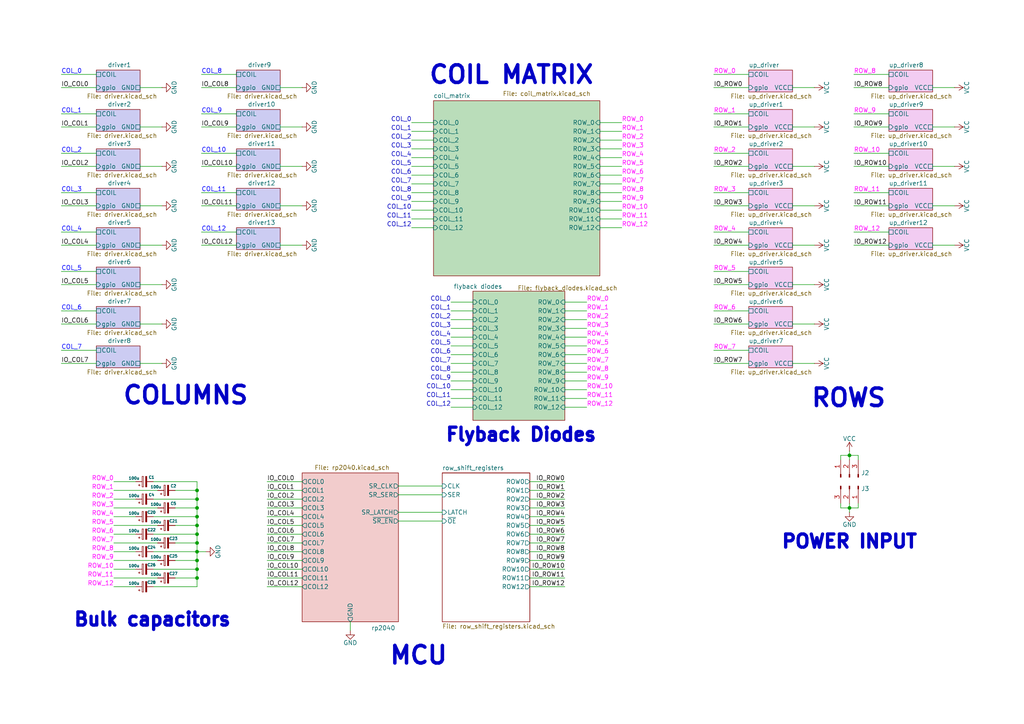
<source format=kicad_sch>
(kicad_sch (version 20231120) (generator "eeschema") (generator_version "8.0")
  (paper "A4")
  (title_block (title "Magtrix Tic Tac Toe") (date "2024-08-01") (rev "0.1") (comment 1 "Jonas Stirnemann") (comment 2 "08/2024"))
  (lib_symbols
    (symbol "Connector:Conn_01x03_Pin" (pin_names (offset 1.016) hide)
      (property "Reference" "J" (at 0 5.08 0))
      (property "Value" "Conn_01x03_Pin" (at 0 -5.08 0))
      (symbol "Conn_01x03_Pin_1_1"
        (polyline (pts (xy 1.27 -2.54) (xy 0.8636 -2.54)) (stroke (width 0.1524)))
        (polyline (pts (xy 1.27 0) (xy 0.8636 0)) (stroke (width 0.1524)))
        (polyline (pts (xy 1.27 2.54) (xy 0.8636 2.54)) (stroke (width 0.1524)))
        (rectangle (start 0.8636 -2.413) (end 0 -2.667) (stroke (width 0.1524)) (fill (type outline)))
        (rectangle (start 0.8636 0.127) (end 0 -0.127) (stroke (width 0.1524)) (fill (type outline)))
        (rectangle (start 0.8636 2.667) (end 0 2.413) (stroke (width 0.1524)) (fill (type outline)))
        (pin passive line (at 5.08 2.54 180) (length 3.81) (name "Pin_1") (number "1"))
        (pin passive line (at 5.08 0 180) (length 3.81) (name "Pin_2") (number "2"))
        (pin passive line (at 5.08 -2.54 180) (length 3.81) (name "Pin_3") (number "3"))
      )
    )
    (symbol "Device:C_Polarized_Small" (pin_numbers hide) (pin_names (offset 0.254) hide)
      (property "Reference" "C" (at 0.254 1.778 0))
      (property "Value" "C_Polarized_Small" (at 0.254 -2.032 0))
      (symbol "C_Polarized_Small_0_1"
        (rectangle (start -1.524 -0.3048) (end 1.524 -0.6858) (fill (type outline)))
        (rectangle (start -1.524 0.6858) (end 1.524 0.3048))
        (polyline (pts (xy -1.27 1.524) (xy -0.762 1.524)))
        (polyline (pts (xy -1.016 1.27) (xy -1.016 1.778)))
      )
      (symbol "C_Polarized_Small_1_1"
        (pin passive line (at 0 2.54 270) (length 1.8542) (name "~") (number "1"))
        (pin passive line (at 0 -2.54 90) (length 1.8542) (name "~") (number "2"))
      )
    )
    (symbol "power:GND" (power) (pin_numbers hide) (pin_names (offset 0) hide)
      (property "Value" "GND" (at 0 -3.81 0))
      (symbol "GND_0_1"
        (polyline (pts (xy 0 0) (xy 0 -1.27) (xy 1.27 -1.27) (xy 0 -2.54) (xy -1.27 -1.27) (xy 0 -1.27)))
      )
      (symbol "GND_1_1"
        (pin power_in line (at 0 0 270) (length 0) (name "~") (number "1"))
      )
    )
    (symbol "power:VCC" (power) (pin_numbers hide) (pin_names (offset 0) hide)
      (property "Value" "VCC" (at 0 3.556 0))
      (symbol "VCC_0_1"
        (polyline (pts (xy -0.762 1.27) (xy 0 2.54)))
        (polyline (pts (xy 0 0) (xy 0 2.54)))
        (polyline (pts (xy 0 2.54) (xy 0.762 1.27)))
      )
      (symbol "VCC_1_1"
        (pin power_in line (at 0 0 90) (length 0) (name "~") (number "1"))
      )
    )
  )
  (junction (at 57.15 152.4))
  (junction (at 57.15 147.32))
  (junction (at 57.15 165.1))
  (junction (at 57.15 149.86))
  (junction (at 57.15 154.94))
  (junction (at 57.15 157.48))
  (junction (at 57.15 167.64))
  (junction (at 246.38 147.32))
  (junction (at 57.15 142.24))
  (junction (at 57.15 160.02))
  (junction (at 246.38 132.08))
  (junction (at 57.15 162.56))
  (junction (at 57.15 144.78))
  (wire (pts (xy 17.78 93.98) (xy 27.94 93.98)))
  (wire (pts (xy 257.81 36.83) (xy 247.65 36.83)))
  (wire (pts (xy 57.15 147.32) (xy 57.15 149.86)))
  (wire (pts (xy 17.78 82.55) (xy 27.94 82.55)))
  (wire (pts (xy 137.16 90.17) (xy 130.81 90.17)))
  (wire (pts (xy 247.65 67.31) (xy 257.81 67.31)))
  (wire (pts (xy 44.45 139.7) (xy 57.15 139.7)))
  (wire (pts (xy 17.78 33.02) (xy 27.94 33.02)))
  (wire (pts (xy 246.38 130.81) (xy 246.38 132.08)))
  (wire (pts (xy 57.15 167.64) (xy 57.15 170.18)))
  (wire (pts (xy 40.64 105.41) (xy 46.99 105.41)))
  (wire (pts (xy 125.73 53.34) (xy 119.38 53.34)))
  (wire (pts (xy 207.01 21.59) (xy 217.17 21.59)))
  (wire (pts (xy 77.47 167.64) (xy 87.63 167.64)))
  (wire (pts (xy 33.02 157.48) (xy 45.72 157.48)))
  (wire (pts (xy 115.57 151.13) (xy 128.27 151.13)))
  (wire (pts (xy 81.28 71.12) (xy 87.63 71.12)))
  (wire (pts (xy 81.28 59.69) (xy 87.63 59.69)))
  (wire (pts (xy 229.87 48.26) (xy 236.22 48.26)))
  (wire (pts (xy 153.67 142.24) (xy 163.83 142.24)))
  (wire (pts (xy 40.64 82.55) (xy 46.99 82.55)))
  (wire (pts (xy 180.34 38.1) (xy 173.99 38.1)))
  (wire (pts (xy 81.28 36.83) (xy 87.63 36.83)))
  (wire (pts (xy 57.15 160.02) (xy 57.15 162.56)))
  (wire (pts (xy 137.16 92.71) (xy 130.81 92.71)))
  (wire (pts (xy 40.64 71.12) (xy 46.99 71.12)))
  (wire (pts (xy 58.42 55.88) (xy 68.58 55.88)))
  (wire (pts (xy 229.87 36.83) (xy 236.22 36.83)))
  (wire (pts (xy 180.34 50.8) (xy 173.99 50.8)))
  (wire (pts (xy 170.18 102.87) (xy 163.83 102.87)))
  (wire (pts (xy 57.15 149.86) (xy 57.15 152.4)))
  (wire (pts (xy 125.73 63.5) (xy 119.38 63.5)))
  (wire (pts (xy 17.78 90.17) (xy 27.94 90.17)))
  (wire (pts (xy 217.17 105.41) (xy 207.01 105.41)))
  (wire (pts (xy 125.73 60.96) (xy 119.38 60.96)))
  (wire (pts (xy 229.87 82.55) (xy 236.22 82.55)))
  (wire (pts (xy 153.67 162.56) (xy 163.83 162.56)))
  (wire (pts (xy 125.73 43.18) (xy 119.38 43.18)))
  (wire (pts (xy 58.42 44.45) (xy 68.58 44.45)))
  (wire (pts (xy 137.16 105.41) (xy 130.81 105.41)))
  (wire (pts (xy 125.73 48.26) (xy 119.38 48.26)))
  (wire (pts (xy 77.47 165.1) (xy 87.63 165.1)))
  (wire (pts (xy 153.67 160.02) (xy 163.83 160.02)))
  (wire (pts (xy 246.38 147.32) (xy 246.38 146.05)))
  (wire (pts (xy 77.47 154.94) (xy 87.63 154.94)))
  (wire (pts (xy 57.15 160.02) (xy 59.69 160.02)))
  (wire (pts (xy 115.57 143.51) (xy 128.27 143.51)))
  (wire (pts (xy 17.78 59.69) (xy 27.94 59.69)))
  (wire (pts (xy 170.18 92.71) (xy 163.83 92.71)))
  (wire (pts (xy 58.42 59.69) (xy 68.58 59.69)))
  (wire (pts (xy 229.87 105.41) (xy 236.22 105.41)))
  (wire (pts (xy 217.17 36.83) (xy 207.01 36.83)))
  (wire (pts (xy 17.78 25.4) (xy 27.94 25.4)))
  (wire (pts (xy 217.17 71.12) (xy 207.01 71.12)))
  (wire (pts (xy 170.18 105.41) (xy 163.83 105.41)))
  (wire (pts (xy 40.64 59.69) (xy 46.99 59.69)))
  (wire (pts (xy 153.67 149.86) (xy 163.83 149.86)))
  (wire (pts (xy 170.18 110.49) (xy 163.83 110.49)))
  (wire (pts (xy 115.57 140.97) (xy 128.27 140.97)))
  (wire (pts (xy 180.34 60.96) (xy 173.99 60.96)))
  (wire (pts (xy 243.84 133.35) (xy 243.84 132.08)))
  (wire (pts (xy 247.65 21.59) (xy 257.81 21.59)))
  (wire (pts (xy 33.02 147.32) (xy 45.72 147.32)))
  (wire (pts (xy 270.51 48.26) (xy 276.86 48.26)))
  (wire (pts (xy 137.16 113.03) (xy 130.81 113.03)))
  (wire (pts (xy 58.42 67.31) (xy 68.58 67.31)))
  (wire (pts (xy 229.87 93.98) (xy 236.22 93.98)))
  (wire (pts (xy 57.15 142.24) (xy 57.15 144.78)))
  (wire (pts (xy 17.78 48.26) (xy 27.94 48.26)))
  (wire (pts (xy 17.78 71.12) (xy 27.94 71.12)))
  (wire (pts (xy 50.8 162.56) (xy 57.15 162.56)))
  (wire (pts (xy 57.15 154.94) (xy 57.15 157.48)))
  (wire (pts (xy 170.18 107.95) (xy 163.83 107.95)))
  (wire (pts (xy 44.45 165.1) (xy 57.15 165.1)))
  (wire (pts (xy 125.73 55.88) (xy 119.38 55.88)))
  (wire (pts (xy 17.78 105.41) (xy 27.94 105.41)))
  (wire (pts (xy 170.18 113.03) (xy 163.83 113.03)))
  (wire (pts (xy 81.28 25.4) (xy 87.63 25.4)))
  (wire (pts (xy 81.28 48.26) (xy 87.63 48.26)))
  (wire (pts (xy 137.16 107.95) (xy 130.81 107.95)))
  (wire (pts (xy 207.01 101.6) (xy 217.17 101.6)))
  (wire (pts (xy 77.47 152.4) (xy 87.63 152.4)))
  (wire (pts (xy 57.15 162.56) (xy 57.15 165.1)))
  (wire (pts (xy 257.81 48.26) (xy 247.65 48.26)))
  (wire (pts (xy 248.92 133.35) (xy 248.92 132.08)))
  (wire (pts (xy 270.51 71.12) (xy 276.86 71.12)))
  (wire (pts (xy 180.34 53.34) (xy 173.99 53.34)))
  (wire (pts (xy 153.67 154.94) (xy 163.83 154.94)))
  (wire (pts (xy 77.47 139.7) (xy 87.63 139.7)))
  (wire (pts (xy 58.42 48.26) (xy 68.58 48.26)))
  (wire (pts (xy 257.81 25.4) (xy 247.65 25.4)))
  (wire (pts (xy 137.16 97.79) (xy 130.81 97.79)))
  (wire (pts (xy 207.01 44.45) (xy 217.17 44.45)))
  (wire (pts (xy 44.45 144.78) (xy 57.15 144.78)))
  (wire (pts (xy 17.78 67.31) (xy 27.94 67.31)))
  (wire (pts (xy 229.87 25.4) (xy 236.22 25.4)))
  (wire (pts (xy 170.18 100.33) (xy 163.83 100.33)))
  (wire (pts (xy 248.92 146.05) (xy 248.92 147.32)))
  (wire (pts (xy 40.64 36.83) (xy 46.99 36.83)))
  (wire (pts (xy 217.17 25.4) (xy 207.01 25.4)))
  (wire (pts (xy 229.87 59.69) (xy 236.22 59.69)))
  (wire (pts (xy 180.34 55.88) (xy 173.99 55.88)))
  (wire (pts (xy 137.16 110.49) (xy 130.81 110.49)))
  (wire (pts (xy 57.15 152.4) (xy 57.15 154.94)))
  (wire (pts (xy 44.45 154.94) (xy 57.15 154.94)))
  (wire (pts (xy 77.47 170.18) (xy 87.63 170.18)))
  (wire (pts (xy 137.16 100.33) (xy 130.81 100.33)))
  (wire (pts (xy 77.47 149.86) (xy 87.63 149.86)))
  (wire (pts (xy 246.38 132.08) (xy 246.38 133.35)))
  (wire (pts (xy 115.57 148.59) (xy 128.27 148.59)))
  (wire (pts (xy 248.92 147.32) (xy 246.38 147.32)))
  (wire (pts (xy 17.78 55.88) (xy 27.94 55.88)))
  (wire (pts (xy 170.18 118.11) (xy 163.83 118.11)))
  (wire (pts (xy 33.02 154.94) (xy 39.37 154.94)))
  (wire (pts (xy 137.16 87.63) (xy 130.81 87.63)))
  (wire (pts (xy 170.18 115.57) (xy 163.83 115.57)))
  (wire (pts (xy 153.67 157.48) (xy 163.83 157.48)))
  (wire (pts (xy 33.02 152.4) (xy 45.72 152.4)))
  (wire (pts (xy 217.17 59.69) (xy 207.01 59.69)))
  (wire (pts (xy 58.42 21.59) (xy 68.58 21.59)))
  (wire (pts (xy 125.73 66.04) (xy 119.38 66.04)))
  (wire (pts (xy 77.47 147.32) (xy 87.63 147.32)))
  (wire (pts (xy 229.87 71.12) (xy 236.22 71.12)))
  (wire (pts (xy 77.47 160.02) (xy 87.63 160.02)))
  (wire (pts (xy 33.02 170.18) (xy 39.37 170.18)))
  (wire (pts (xy 207.01 78.74) (xy 217.17 78.74)))
  (wire (pts (xy 33.02 165.1) (xy 39.37 165.1)))
  (wire (pts (xy 243.84 146.05) (xy 243.84 147.32)))
  (wire (pts (xy 17.78 36.83) (xy 27.94 36.83)))
  (wire (pts (xy 180.34 43.18) (xy 173.99 43.18)))
  (wire (pts (xy 33.02 144.78) (xy 39.37 144.78)))
  (wire (pts (xy 137.16 118.11) (xy 130.81 118.11)))
  (wire (pts (xy 153.67 170.18) (xy 163.83 170.18)))
  (wire (pts (xy 243.84 132.08) (xy 246.38 132.08)))
  (wire (pts (xy 50.8 157.48) (xy 57.15 157.48)))
  (wire (pts (xy 207.01 90.17) (xy 217.17 90.17)))
  (wire (pts (xy 50.8 142.24) (xy 57.15 142.24)))
  (wire (pts (xy 180.34 58.42) (xy 173.99 58.42)))
  (wire (pts (xy 57.15 144.78) (xy 57.15 147.32)))
  (wire (pts (xy 125.73 58.42) (xy 119.38 58.42)))
  (wire (pts (xy 58.42 25.4) (xy 68.58 25.4)))
  (wire (pts (xy 44.45 149.86) (xy 57.15 149.86)))
  (wire (pts (xy 101.6 180.34) (xy 101.6 182.88)))
  (wire (pts (xy 153.67 147.32) (xy 163.83 147.32)))
  (wire (pts (xy 17.78 21.59) (xy 27.94 21.59)))
  (wire (pts (xy 170.18 97.79) (xy 163.83 97.79)))
  (wire (pts (xy 33.02 162.56) (xy 45.72 162.56)))
  (wire (pts (xy 180.34 63.5) (xy 173.99 63.5)))
  (wire (pts (xy 207.01 55.88) (xy 217.17 55.88)))
  (wire (pts (xy 57.15 157.48) (xy 57.15 160.02)))
  (wire (pts (xy 137.16 102.87) (xy 130.81 102.87)))
  (wire (pts (xy 180.34 35.56) (xy 173.99 35.56)))
  (wire (pts (xy 58.42 36.83) (xy 68.58 36.83)))
  (wire (pts (xy 217.17 82.55) (xy 207.01 82.55)))
  (wire (pts (xy 170.18 87.63) (xy 163.83 87.63)))
  (wire (pts (xy 50.8 152.4) (xy 57.15 152.4)))
  (wire (pts (xy 77.47 142.24) (xy 87.63 142.24)))
  (wire (pts (xy 248.92 132.08) (xy 246.38 132.08)))
  (wire (pts (xy 207.01 67.31) (xy 217.17 67.31)))
  (wire (pts (xy 207.01 33.02) (xy 217.17 33.02)))
  (wire (pts (xy 77.47 157.48) (xy 87.63 157.48)))
  (wire (pts (xy 153.67 167.64) (xy 163.83 167.64)))
  (wire (pts (xy 40.64 93.98) (xy 46.99 93.98)))
  (wire (pts (xy 217.17 48.26) (xy 207.01 48.26)))
  (wire (pts (xy 33.02 160.02) (xy 39.37 160.02)))
  (wire (pts (xy 257.81 71.12) (xy 247.65 71.12)))
  (wire (pts (xy 33.02 149.86) (xy 39.37 149.86)))
  (wire (pts (xy 247.65 55.88) (xy 257.81 55.88)))
  (wire (pts (xy 58.42 71.12) (xy 68.58 71.12)))
  (wire (pts (xy 243.84 147.32) (xy 246.38 147.32)))
  (wire (pts (xy 257.81 59.69) (xy 247.65 59.69)))
  (wire (pts (xy 58.42 33.02) (xy 68.58 33.02)))
  (wire (pts (xy 77.47 162.56) (xy 87.63 162.56)))
  (wire (pts (xy 247.65 44.45) (xy 257.81 44.45)))
  (wire (pts (xy 57.15 165.1) (xy 57.15 167.64)))
  (wire (pts (xy 170.18 95.25) (xy 163.83 95.25)))
  (wire (pts (xy 270.51 25.4) (xy 276.86 25.4)))
  (wire (pts (xy 153.67 144.78) (xy 163.83 144.78)))
  (wire (pts (xy 57.15 139.7) (xy 57.15 142.24)))
  (wire (pts (xy 50.8 167.64) (xy 57.15 167.64)))
  (wire (pts (xy 44.45 160.02) (xy 57.15 160.02)))
  (wire (pts (xy 170.18 90.17) (xy 163.83 90.17)))
  (wire (pts (xy 180.34 40.64) (xy 173.99 40.64)))
  (wire (pts (xy 50.8 147.32) (xy 57.15 147.32)))
  (wire (pts (xy 125.73 45.72) (xy 119.38 45.72)))
  (wire (pts (xy 246.38 148.59) (xy 246.38 147.32)))
  (wire (pts (xy 137.16 115.57) (xy 130.81 115.57)))
  (wire (pts (xy 247.65 33.02) (xy 257.81 33.02)))
  (wire (pts (xy 180.34 48.26) (xy 173.99 48.26)))
  (wire (pts (xy 125.73 50.8) (xy 119.38 50.8)))
  (wire (pts (xy 180.34 45.72) (xy 173.99 45.72)))
  (wire (pts (xy 17.78 78.74) (xy 27.94 78.74)))
  (wire (pts (xy 125.73 35.56) (xy 119.38 35.56)))
  (wire (pts (xy 217.17 93.98) (xy 207.01 93.98)))
  (wire (pts (xy 153.67 139.7) (xy 163.83 139.7)))
  (wire (pts (xy 40.64 48.26) (xy 46.99 48.26)))
  (wire (pts (xy 77.47 144.78) (xy 87.63 144.78)))
  (wire (pts (xy 17.78 101.6) (xy 27.94 101.6)))
  (wire (pts (xy 125.73 38.1) (xy 119.38 38.1)))
  (wire (pts (xy 17.78 44.45) (xy 27.94 44.45)))
  (wire (pts (xy 270.51 59.69) (xy 276.86 59.69)))
  (wire (pts (xy 33.02 142.24) (xy 45.72 142.24)))
  (wire (pts (xy 40.64 25.4) (xy 46.99 25.4)))
  (wire (pts (xy 153.67 152.4) (xy 163.83 152.4)))
  (wire (pts (xy 180.34 66.04) (xy 173.99 66.04)))
  (wire (pts (xy 137.16 95.25) (xy 130.81 95.25)))
  (wire (pts (xy 33.02 167.64) (xy 45.72 167.64)))
  (wire (pts (xy 125.73 40.64) (xy 119.38 40.64)))
  (wire (pts (xy 44.45 170.18) (xy 57.15 170.18)))
  (wire (pts (xy 153.67 165.1) (xy 163.83 165.1)))
  (wire (pts (xy 33.02 139.7) (xy 39.37 139.7)))
  (wire (pts (xy 270.51 36.83) (xy 276.86 36.83)))
  (text "COIL MATRIX" (at 148.336 21.844 0) (effects (font (size 5.08 5.08) (thickness 1.016) (bold yes))))
  (text "COLUMNS" (at 53.848 114.808 0) (effects (font (size 5.08 5.08) (thickness 1.016) (bold yes))))
  (text "Bulk capacitors" (at 44.196 179.832 0) (effects (font (size 3.81 3.81) (thickness 1.016) (bold yes))))
  (text "POWER INPUT\n" (at 246.38 157.226 0) (effects (font (size 3.81 3.81) (thickness 1.016) (bold yes))))
  (text "Flyback Diodes" (at 151.13 126.238 0) (effects (font (size 3.81 3.81) (thickness 1.016) (bold yes))))
  (text "MCU" (at 121.412 190.246 0) (effects (font (size 5.08 5.08) (thickness 1.016) (bold yes))))
  (text "ROWS" (at 246.126 115.57 0) (effects (font (size 5.08 5.08) (thickness 1.016) (bold yes))))
  (label "ROW_4" (at 207.01 67.31 0))
  (label "IO_COL1" (at 77.47 142.24 0))
  (label "COL_12" (at 119.38 66.04 180))
  (label "IO_ROW1" (at 163.83 142.24 180))
  (label "ROW_6" (at 33.02 154.94 180))
  (label "IO_COL8" (at 77.47 160.02 0))
  (label "IO_COL11" (at 58.42 59.69 0))
  (label "COL_1" (at 119.38 38.1 180))
  (label "IO_COL1" (at 17.78 36.83 0))
  (label "COL_7" (at 130.81 105.41 180))
  (label "IO_ROW6" (at 207.01 93.98 0))
  (label "COL_1" (at 130.81 90.17 180))
  (label "ROW_6" (at 170.18 102.87 0))
  (label "ROW_10" (at 33.02 165.1 180))
  (label "COL_3" (at 17.78 55.88 0))
  (label "COL_6" (at 119.38 50.8 180))
  (label "IO_COL12" (at 58.42 71.12 0))
  (label "ROW_11" (at 247.65 55.88 0))
  (label "COL_2" (at 17.78 44.45 0))
  (label "ROW_11" (at 180.34 63.5 0))
  (label "IO_ROW9" (at 247.65 36.83 0))
  (label "ROW_8" (at 33.02 160.02 180))
  (label "COL_11" (at 130.81 115.57 180))
  (label "IO_ROW4" (at 163.83 149.86 180))
  (label "ROW_2" (at 33.02 144.78 180))
  (label "IO_COL3" (at 77.47 147.32 0))
  (label "ROW_7" (at 33.02 157.48 180))
  (label "COL_8" (at 58.42 21.59 0))
  (label "COL_10" (at 58.42 44.45 0))
  (label "ROW_9" (at 247.65 33.02 0))
  (label "IO_ROW0" (at 207.01 25.4 0))
  (label "ROW_11" (at 33.02 167.64 180))
  (label "ROW_7" (at 207.01 101.6 0))
  (label "IO_COL9" (at 77.47 162.56 0))
  (label "COL_9" (at 58.42 33.02 0))
  (label "COL_12" (at 58.42 67.31 0))
  (label "COL_9" (at 119.38 58.42 180))
  (label "COL_2" (at 119.38 40.64 180))
  (label "COL_8" (at 119.38 55.88 180))
  (label "COL_5" (at 119.38 48.26 180))
  (label "COL_4" (at 17.78 67.31 0))
  (label "IO_ROW3" (at 207.01 59.69 0))
  (label "IO_ROW1" (at 207.01 36.83 0))
  (label "IO_COL5" (at 17.78 82.55 0))
  (label "IO_COL11" (at 77.47 167.64 0))
  (label "COL_4" (at 119.38 45.72 180))
  (label "ROW_3" (at 33.02 147.32 180))
  (label "ROW_0" (at 207.01 21.59 0))
  (label "IO_COL0" (at 77.47 139.7 0))
  (label "ROW_3" (at 170.18 95.25 0))
  (label "COL_5" (at 17.78 78.74 0))
  (label "COL_8" (at 130.81 107.95 180))
  (label "IO_ROW8" (at 163.83 160.02 180))
  (label "ROW_5" (at 33.02 152.4 180))
  (label "IO_COL8" (at 58.42 25.4 0))
  (label "IO_ROW11" (at 247.65 59.69 0))
  (label "IO_COL5" (at 77.47 152.4 0))
  (label "IO_ROW3" (at 163.83 147.32 180))
  (label "IO_COL7" (at 77.47 157.48 0))
  (label "ROW_4" (at 170.18 97.79 0))
  (label "ROW_2" (at 207.01 44.45 0))
  (label "ROW_8" (at 170.18 107.95 0))
  (label "IO_ROW6" (at 163.83 154.94 180))
  (label "ROW_12" (at 180.34 66.04 0))
  (label "IO_ROW7" (at 207.01 105.41 0))
  (label "IO_COL4" (at 17.78 71.12 0))
  (label "ROW_1" (at 207.01 33.02 0))
  (label "COL_3" (at 119.38 43.18 180))
  (label "ROW_8" (at 180.34 55.88 0))
  (label "IO_ROW10" (at 163.83 165.1 180))
  (label "COL_3" (at 130.81 95.25 180))
  (label "IO_COL2" (at 17.78 48.26 0))
  (label "IO_ROW0" (at 163.83 139.7 180))
  (label "ROW_6" (at 180.34 50.8 0))
  (label "COL_11" (at 119.38 63.5 180))
  (label "COL_11" (at 58.42 55.88 0))
  (label "COL_9" (at 130.81 110.49 180))
  (label "IO_COL6" (at 77.47 154.94 0))
  (label "IO_COL10" (at 58.42 48.26 0))
  (label "ROW_9" (at 180.34 58.42 0))
  (label "IO_COL10" (at 77.47 165.1 0))
  (label "IO_ROW11" (at 163.83 167.64 180))
  (label "ROW_0" (at 180.34 35.56 0))
  (label "ROW_1" (at 170.18 90.17 0))
  (label "ROW_5" (at 170.18 100.33 0))
  (label "ROW_10" (at 247.65 44.45 0))
  (label "IO_COL6" (at 17.78 93.98 0))
  (label "ROW_9" (at 170.18 110.49 0))
  (label "ROW_12" (at 170.18 118.11 0))
  (label "ROW_10" (at 180.34 60.96 0))
  (label "ROW_1" (at 33.02 142.24 180))
  (label "COL_0" (at 130.81 87.63 180))
  (label "IO_ROW4" (at 207.01 71.12 0))
  (label "IO_ROW5" (at 163.83 152.4 180))
  (label "ROW_5" (at 207.01 78.74 0))
  (label "COL_7" (at 17.78 101.6 0))
  (label "ROW_10" (at 170.18 113.03 0))
  (label "ROW_2" (at 180.34 40.64 0))
  (label "ROW_9" (at 33.02 162.56 180))
  (label "ROW_1" (at 180.34 38.1 0))
  (label "COL_4" (at 130.81 97.79 180))
  (label "IO_ROW7" (at 163.83 157.48 180))
  (label "COL_6" (at 17.78 90.17 0))
  (label "IO_ROW10" (at 247.65 48.26 0))
  (label "COL_5" (at 130.81 100.33 180))
  (label "COL_10" (at 119.38 60.96 180))
  (label "ROW_12" (at 33.02 170.18 180))
  (label "IO_ROW8" (at 247.65 25.4 0))
  (label "ROW_11" (at 170.18 115.57 0))
  (label "IO_ROW2" (at 163.83 144.78 180))
  (label "ROW_5" (at 180.34 48.26 0))
  (label "ROW_12" (at 247.65 67.31 0))
  (label "COL_0" (at 17.78 21.59 0))
  (label "COL_0" (at 119.38 35.56 180))
  (label "ROW_2" (at 170.18 92.71 0))
  (label "COL_10" (at 130.81 113.03 180))
  (label "ROW_8" (at 247.65 21.59 0))
  (label "ROW_4" (at 33.02 149.86 180))
  (label "ROW_0" (at 170.18 87.63 0))
  (label "ROW_0" (at 33.02 139.7 180))
  (label "IO_COL0" (at 17.78 25.4 0))
  (label "COL_1" (at 17.78 33.02 0))
  (label "ROW_7" (at 180.34 53.34 0))
  (label "ROW_3" (at 180.34 43.18 0))
  (label "COL_12" (at 130.81 118.11 180))
  (label "IO_COL2" (at 77.47 144.78 0))
  (label "IO_ROW12" (at 247.65 71.12 0))
  (label "IO_COL7" (at 17.78 105.41 0))
  (label "IO_COL12" (at 77.47 170.18 0))
  (label "IO_ROW2" (at 207.01 48.26 0))
  (label "IO_COL4" (at 77.47 149.86 0))
  (label "IO_COL3" (at 17.78 59.69 0))
  (label "ROW_4" (at 180.34 45.72 0))
  (label "IO_ROW12" (at 163.83 170.18 180))
  (label "ROW_3" (at 207.01 55.88 0))
  (label "IO_ROW9" (at 163.83 162.56 180))
  (label "IO_COL9" (at 58.42 36.83 0))
  (label "COL_6" (at 130.81 102.87 180))
  (label "COL_7" (at 119.38 53.34 180))
  (label "IO_ROW5" (at 207.01 82.55 0))
  (label "COL_2" (at 130.81 92.71 180))
  (label "ROW_6" (at 207.01 90.17 0))
  (label "ROW_7" (at 170.18 105.41 0))
  (symbol (lib_id "power:GND") (at 46.99 71.12 90) (unit 1)
    (property "Reference" "#PWR011" (effects (hide yes)))
    (property "Value" "GND" (at 50.546 71.12 0))
    (property "Description" "Power symbol creates a global label with name \"GND\" , ground" (effects (hide yes)))
  )
  (symbol (lib_id "power:VCC") (at 236.22 71.12 270) (unit 1)
    (property "Reference" "#PWR063" (effects (hide yes)))
    (property "Value" "VCC" (at 239.776 71.12 0))
    (property "Description" "Power symbol creates a global label with name \"VCC\"" (effects (hide yes)))
  )
  (symbol (lib_id "Device:C_Polarized_Small") (at 48.26 157.48 90) (unit 1)
    (property "Reference" "C23" (at 50.292 156.21 90) (effects (font (size 0.8 0.8))))
    (property "Value" "100u" (at 45.212 156.464 90) (effects (font (size 0.8 0.8))))
    (property "Footprint" "BULK:CAPAE660X800N" (effects (hide yes)))
    (property "Description" "Polarized capacitor, small symbol" (effects (hide yes)))
    (property "MFR" "VZL101M1ETR-0607 " (effects (hide yes)))
    (property "MOUSER" "140-VZL101M1ETR-0607 " (effects (hide yes)))
  )
  (symbol (lib_id "power:VCC") (at 276.86 25.4 270) (unit 1)
    (property "Reference" "#PWR067" (effects (hide yes)))
    (property "Value" "VCC" (at 280.416 25.4 0))
    (property "Description" "Power symbol creates a global label with name \"VCC\"" (effects (hide yes)))
  )
  (symbol (lib_id "power:VCC") (at 276.86 59.69 270) (unit 1)
    (property "Reference" "#PWR070" (effects (hide yes)))
    (property "Value" "VCC" (at 280.416 59.69 0))
    (property "Description" "Power symbol creates a global label with name \"VCC\"" (effects (hide yes)))
  )
  (symbol (lib_id "power:GND") (at 46.99 105.41 90) (unit 1)
    (property "Reference" "#PWR017" (effects (hide yes)))
    (property "Value" "GND" (at 50.546 105.41 0))
    (property "Description" "Power symbol creates a global label with name \"GND\" , ground" (effects (hide yes)))
  )
  (symbol (lib_id "power:GND") (at 46.99 25.4 90) (unit 1)
    (property "Reference" "#PWR05" (effects (hide yes)))
    (property "Value" "GND" (at 50.546 25.4 0))
    (property "Description" "Power symbol creates a global label with name \"GND\" , ground" (effects (hide yes)))
  )
  (symbol (lib_id "power:GND") (at 46.99 59.69 90) (unit 1)
    (property "Reference" "#PWR09" (effects (hide yes)))
    (property "Value" "GND" (at 50.546 59.69 0))
    (property "Description" "Power symbol creates a global label with name \"GND\" , ground" (effects (hide yes)))
  )
  (symbol (lib_id "power:VCC") (at 246.38 130.81 0) (unit 1)
    (property "Reference" "#PWR075" (effects (hide yes)))
    (property "Value" "VCC" (at 246.38 127.254 0))
    (property "Description" "Power symbol creates a global label with name \"VCC\"" (effects (hide yes)))
  )
  (symbol (lib_id "power:GND") (at 46.99 93.98 90) (unit 1)
    (property "Reference" "#PWR015" (effects (hide yes)))
    (property "Value" "GND" (at 50.546 93.98 0))
    (property "Description" "Power symbol creates a global label with name \"GND\" , ground" (effects (hide yes)))
  )
  (symbol (lib_id "power:VCC") (at 236.22 48.26 270) (unit 1)
    (property "Reference" "#PWR061" (effects (hide yes)))
    (property "Value" "VCC" (at 239.776 48.26 0))
    (property "Description" "Power symbol creates a global label with name \"VCC\"" (effects (hide yes)))
  )
  (symbol (lib_id "Device:C_Polarized_Small") (at 41.91 154.94 90) (unit 1)
    (property "Reference" "C22" (at 43.942 153.67 90) (effects (font (size 0.8 0.8))))
    (property "Value" "100u" (at 38.862 153.924 90) (effects (font (size 0.8 0.8))))
    (property "Footprint" "BULK:CAPAE660X800N" (effects (hide yes)))
    (property "Description" "Polarized capacitor, small symbol" (effects (hide yes)))
    (property "MFR" "VZL101M1ETR-0607 " (effects (hide yes)))
    (property "MOUSER" "140-VZL101M1ETR-0607 " (effects (hide yes)))
  )
  (symbol (lib_id "Device:C_Polarized_Small") (at 48.26 142.24 90) (unit 1)
    (property "Reference" "C2" (at 50.292 140.97 90) (effects (font (size 0.8 0.8))))
    (property "Value" "100u" (at 45.212 141.224 90) (effects (font (size 0.8 0.8))))
    (property "Footprint" "BULK:CAPAE660X800N" (effects (hide yes)))
    (property "Description" "Polarized capacitor, small symbol" (effects (hide yes)))
    (property "MFR" "VZL101M1ETR-0607 " (effects (hide yes)))
    (property "MOUSER" "140-VZL101M1ETR-0607 " (effects (hide yes)))
  )
  (symbol (lib_id "power:GND") (at 101.6 182.88 0) (unit 1)
    (property "Reference" "#PWR077" (effects (hide yes)))
    (property "Value" "GND" (at 101.6 186.436 0))
    (property "Description" "Power symbol creates a global label with name \"GND\" , ground" (effects (hide yes)))
  )
  (symbol (lib_id "power:VCC") (at 276.86 36.83 270) (unit 1)
    (property "Reference" "#PWR068" (effects (hide yes)))
    (property "Value" "VCC" (at 280.416 36.83 0))
    (property "Description" "Power symbol creates a global label with name \"VCC\"" (effects (hide yes)))
  )
  (symbol (lib_id "power:GND") (at 46.99 82.55 90) (unit 1)
    (property "Reference" "#PWR013" (effects (hide yes)))
    (property "Value" "GND" (at 50.546 82.55 0))
    (property "Description" "Power symbol creates a global label with name \"GND\" , ground" (effects (hide yes)))
  )
  (symbol (lib_id "power:VCC") (at 236.22 105.41 270) (unit 1)
    (property "Reference" "#PWR066" (effects (hide yes)))
    (property "Value" "VCC" (at 239.776 105.41 0))
    (property "Description" "Power symbol creates a global label with name \"VCC\"" (effects (hide yes)))
  )
  (symbol (lib_id "power:VCC") (at 236.22 93.98 270) (unit 1)
    (property "Reference" "#PWR065" (effects (hide yes)))
    (property "Value" "VCC" (at 239.776 93.98 0))
    (property "Description" "Power symbol creates a global label with name \"VCC\"" (effects (hide yes)))
  )
  (symbol (lib_id "Device:C_Polarized_Small") (at 41.91 165.1 90) (unit 1)
    (property "Reference" "C26" (at 43.942 163.83 90) (effects (font (size 0.8 0.8))))
    (property "Value" "100u" (at 38.862 164.084 90) (effects (font (size 0.8 0.8))))
    (property "Footprint" "BULK:CAPAE660X800N" (effects (hide yes)))
    (property "Description" "Polarized capacitor, small symbol" (effects (hide yes)))
    (property "MFR" "VZL101M1ETR-0607 " (effects (hide yes)))
    (property "MOUSER" "140-VZL101M1ETR-0607 " (effects (hide yes)))
  )
  (symbol (lib_id "power:GND") (at 87.63 71.12 90) (unit 1)
    (property "Reference" "#PWR023" (effects (hide yes)))
    (property "Value" "GND" (at 91.186 71.12 0))
    (property "Description" "Power symbol creates a global label with name \"GND\" , ground" (effects (hide yes)))
  )
  (symbol (lib_id "Device:C_Polarized_Small") (at 48.26 152.4 90) (unit 1)
    (property "Reference" "C21" (at 50.292 151.13 90) (effects (font (size 0.8 0.8))))
    (property "Value" "100u" (at 45.212 151.384 90) (effects (font (size 0.8 0.8))))
    (property "Footprint" "BULK:CAPAE660X800N" (effects (hide yes)))
    (property "Description" "Polarized capacitor, small symbol" (effects (hide yes)))
    (property "MFR" "VZL101M1ETR-0607 " (effects (hide yes)))
    (property "MOUSER" "140-VZL101M1ETR-0607 " (effects (hide yes)))
  )
  (symbol (lib_id "Device:C_Polarized_Small") (at 41.91 160.02 90) (unit 1)
    (property "Reference" "C24" (at 43.942 158.75 90) (effects (font (size 0.8 0.8))))
    (property "Value" "100u" (at 38.862 159.004 90) (effects (font (size 0.8 0.8))))
    (property "Footprint" "BULK:CAPAE660X800N" (effects (hide yes)))
    (property "Description" "Polarized capacitor, small symbol" (effects (hide yes)))
    (property "MFR" "VZL101M1ETR-0607 " (effects (hide yes)))
    (property "MOUSER" "140-VZL101M1ETR-0607 " (effects (hide yes)))
  )
  (symbol (lib_id "power:VCC") (at 236.22 36.83 270) (unit 1)
    (property "Reference" "#PWR060" (effects (hide yes)))
    (property "Value" "VCC" (at 239.776 36.83 0))
    (property "Description" "Power symbol creates a global label with name \"VCC\"" (effects (hide yes)))
  )
  (symbol (lib_id "power:GND") (at 46.99 36.83 90) (unit 1)
    (property "Reference" "#PWR03" (effects (hide yes)))
    (property "Value" "GND" (at 50.546 36.83 0))
    (property "Description" "Power symbol creates a global label with name \"GND\" , ground" (effects (hide yes)))
  )
  (symbol (lib_id "power:GND") (at 87.63 36.83 90) (unit 1)
    (property "Reference" "#PWR020" (effects (hide yes)))
    (property "Value" "GND" (at 91.186 36.83 0))
    (property "Description" "Power symbol creates a global label with name \"GND\" , ground" (effects (hide yes)))
  )
  (symbol (lib_id "power:GND") (at 87.63 48.26 90) (unit 1)
    (property "Reference" "#PWR021" (effects (hide yes)))
    (property "Value" "GND" (at 91.186 48.26 0))
    (property "Description" "Power symbol creates a global label with name \"GND\" , ground" (effects (hide yes)))
  )
  (symbol (lib_id "Device:C_Polarized_Small") (at 41.91 170.18 90) (unit 1)
    (property "Reference" "C28" (at 43.942 168.91 90) (effects (font (size 0.8 0.8))))
    (property "Value" "100u" (at 38.862 169.164 90) (effects (font (size 0.8 0.8))))
    (property "Footprint" "BULK:CAPAE660X800N" (effects (hide yes)))
    (property "Description" "Polarized capacitor, small symbol" (effects (hide yes)))
    (property "MFR" "VZL101M1ETR-0607 " (effects (hide yes)))
    (property "MOUSER" "140-VZL101M1ETR-0607 " (effects (hide yes)))
  )
  (symbol (lib_id "power:GND") (at 46.99 48.26 90) (unit 1)
    (property "Reference" "#PWR06" (effects (hide yes)))
    (property "Value" "GND" (at 50.546 48.26 0))
    (property "Description" "Power symbol creates a global label with name \"GND\" , ground" (effects (hide yes)))
  )
  (symbol (lib_id "Device:C_Polarized_Small") (at 41.91 149.86 90) (unit 1)
    (property "Reference" "C20" (at 43.942 148.59 90) (effects (font (size 0.8 0.8))))
    (property "Value" "100u" (at 38.862 148.844 90) (effects (font (size 0.8 0.8))))
    (property "Footprint" "BULK:CAPAE660X800N" (effects (hide yes)))
    (property "Description" "Polarized capacitor, small symbol" (effects (hide yes)))
    (property "MFR" "VZL101M1ETR-0607 " (effects (hide yes)))
    (property "MOUSER" "140-VZL101M1ETR-0607 " (effects (hide yes)))
  )
  (symbol (lib_id "power:VCC") (at 276.86 48.26 270) (unit 1)
    (property "Reference" "#PWR069" (effects (hide yes)))
    (property "Value" "VCC" (at 280.416 48.26 0))
    (property "Description" "Power symbol creates a global label with name \"VCC\"" (effects (hide yes)))
  )
  (symbol (lib_id "power:VCC") (at 236.22 59.69 270) (unit 1)
    (property "Reference" "#PWR062" (effects (hide yes)))
    (property "Value" "VCC" (at 239.776 59.69 0))
    (property "Description" "Power symbol creates a global label with name \"VCC\"" (effects (hide yes)))
  )
  (symbol (lib_id "Connector:Conn_01x03_Pin") (at 246.38 140.97 270) (unit 1)
    (property "Reference" "J3" (at 250.952 141.732 90))
    (property "Value" "Conn_01x03_Pin" (effects (hide yes)))
    (property "Footprint" "Connector_PinHeader_2.54mm:PinHeader_1x03_P2.54mm_Vertical" (effects (hide yes)))
    (property "Description" "Generic connector, single row, 01x03, script generated" (effects (hide yes)))
  )
  (symbol (lib_id "power:GND") (at 87.63 59.69 90) (unit 1)
    (property "Reference" "#PWR022" (effects (hide yes)))
    (property "Value" "GND" (at 91.186 59.69 0))
    (property "Description" "Power symbol creates a global label with name \"GND\" , ground" (effects (hide yes)))
  )
  (symbol (lib_id "Connector:Conn_01x03_Pin") (at 246.38 138.43 90) (unit 1)
    (property "Reference" "J2" (at 250.952 137.16 90))
    (property "Value" "Conn_01x03_Pin" (effects (hide yes)))
    (property "Footprint" "Connector_PinHeader_2.54mm:PinHeader_1x03_P2.54mm_Vertical" (effects (hide yes)))
    (property "Description" "Generic connector, single row, 01x03, script generated" (effects (hide yes)))
  )
  (symbol (lib_id "power:GND") (at 87.63 25.4 90) (unit 1)
    (property "Reference" "#PWR019" (effects (hide yes)))
    (property "Value" "GND" (at 91.186 25.4 0))
    (property "Description" "Power symbol creates a global label with name \"GND\" , ground" (effects (hide yes)))
  )
  (symbol (lib_id "Device:C_Polarized_Small") (at 48.26 162.56 90) (unit 1)
    (property "Reference" "C25" (at 50.292 161.29 90) (effects (font (size 0.8 0.8))))
    (property "Value" "100u" (at 45.212 161.544 90) (effects (font (size 0.8 0.8))))
    (property "Footprint" "BULK:CAPAE660X800N" (effects (hide yes)))
    (property "Description" "Polarized capacitor, small symbol" (effects (hide yes)))
    (property "MFR" "VZL101M1ETR-0607 " (effects (hide yes)))
    (property "MOUSER" "140-VZL101M1ETR-0607 " (effects (hide yes)))
  )
  (symbol (lib_id "Device:C_Polarized_Small") (at 48.26 167.64 90) (unit 1)
    (property "Reference" "C27" (at 50.292 166.37 90) (effects (font (size 0.8 0.8))))
    (property "Value" "100u" (at 45.212 166.624 90) (effects (font (size 0.8 0.8))))
    (property "Footprint" "BULK:CAPAE660X800N" (effects (hide yes)))
    (property "Description" "Polarized capacitor, small symbol" (effects (hide yes)))
    (property "MFR" "VZL101M1ETR-0607 " (effects (hide yes)))
    (property "MOUSER" "140-VZL101M1ETR-0607 " (effects (hide yes)))
  )
  (symbol (lib_id "power:GND") (at 246.38 148.59 0) (unit 1)
    (property "Reference" "#PWR079" (effects (hide yes)))
    (property "Value" "GND" (at 246.38 152.146 0))
    (property "Description" "Power symbol creates a global label with name \"GND\" , ground" (effects (hide yes)))
  )
  (symbol (lib_id "Device:C_Polarized_Small") (at 41.91 139.7 90) (unit 1)
    (property "Reference" "C1" (at 43.942 138.43 90) (effects (font (size 0.8 0.8))))
    (property "Value" "100u" (at 38.862 138.684 90) (effects (font (size 0.8 0.8))))
    (property "Footprint" "BULK:CAPAE660X800N" (effects (hide yes)))
    (property "Description" "Polarized capacitor, small symbol" (effects (hide yes)))
    (property "MFR" "VZL101M1ETR-0607 " (effects (hide yes)))
    (property "MOUSER" "140-VZL101M1ETR-0607 " (effects (hide yes)))
  )
  (symbol (lib_id "power:VCC") (at 236.22 25.4 270) (unit 1)
    (property "Reference" "#PWR059" (effects (hide yes)))
    (property "Value" "VCC" (at 239.776 25.4 0))
    (property "Description" "Power symbol creates a global label with name \"VCC\"" (effects (hide yes)))
  )
  (symbol (lib_id "Device:C_Polarized_Small") (at 41.91 144.78 90) (unit 1)
    (property "Reference" "C4" (at 43.942 143.51 90) (effects (font (size 0.8 0.8))))
    (property "Value" "100u" (at 38.862 143.764 90) (effects (font (size 0.8 0.8))))
    (property "Footprint" "BULK:CAPAE660X800N" (effects (hide yes)))
    (property "Description" "Polarized capacitor, small symbol" (effects (hide yes)))
    (property "MFR" "VZL101M1ETR-0607 " (effects (hide yes)))
    (property "MOUSER" "140-VZL101M1ETR-0607 " (effects (hide yes)))
  )
  (symbol (lib_id "power:GND") (at 59.69 160.02 90) (unit 1)
    (property "Reference" "#PWR01" (effects (hide yes)))
    (property "Value" "GND" (at 63.246 160.02 0))
    (property "Description" "Power symbol creates a global label with name \"GND\" , ground" (effects (hide yes)))
  )
  (symbol (lib_id "power:VCC") (at 236.22 82.55 270) (unit 1)
    (property "Reference" "#PWR064" (effects (hide yes)))
    (property "Value" "VCC" (at 239.776 82.55 0))
    (property "Description" "Power symbol creates a global label with name \"VCC\"" (effects (hide yes)))
  )
  (symbol (lib_id "Device:C_Polarized_Small") (at 48.26 147.32 90) (unit 1)
    (property "Reference" "C5" (at 50.292 146.05 90) (effects (font (size 0.8 0.8))))
    (property "Value" "100u" (at 45.212 146.304 90) (effects (font (size 0.8 0.8))))
    (property "Footprint" "BULK:CAPAE660X800N" (effects (hide yes)))
    (property "Description" "Polarized capacitor, small symbol" (effects (hide yes)))
    (property "MFR" "VZL101M1ETR-0607 " (effects (hide yes)))
    (property "MOUSER" "140-VZL101M1ETR-0607 " (effects (hide yes)))
  )
  (symbol (lib_id "power:VCC") (at 276.86 71.12 270) (unit 1)
    (property "Reference" "#PWR071" (effects (hide yes)))
    (property "Value" "VCC" (at 280.416 71.12 0))
    (property "Description" "Power symbol creates a global label with name \"VCC\"" (effects (hide yes)))
  )
  (sheet (at 217.17 31.75) (size 12.7 6.35) (stroke (width 0.1524)) (fill (color 194 0 194 0.2000))
    (property "Sheetname" "up_driver1" (at 217.17 31.0384 0) (effects (justify left bottom)))
    (property "Sheetfile" "up_driver.kicad_sch" (at 211.836 38.608 0) (effects (justify left top)))
    (pin "gpio" input (at 217.17 36.83 180))
    (pin "COIL" passive (at 217.17 33.02 180))
    (pin "VCC" passive (at 229.87 36.83 0))
  )
  (sheet (at 257.81 20.32) (size 12.7 6.35) (stroke (width 0.1524)) (fill (color 194 0 194 0.2000))
    (property "Sheetname" "up_driver8" (at 257.81 19.6084 0) (effects (justify left bottom)))
    (property "Sheetfile" "up_driver.kicad_sch" (at 252.476 27.178 0) (effects (justify left top)))
    (pin "gpio" input (at 257.81 25.4 180))
    (pin "COIL" passive (at 257.81 21.59 180))
    (pin "VCC" passive (at 270.51 25.4 0))
  )
  (sheet (at 257.81 43.18) (size 12.7 6.35) (stroke (width 0.1524)) (fill (color 194 0 194 0.2000))
    (property "Sheetname" "up_driver10" (at 257.81 42.4684 0) (effects (justify left bottom)))
    (property "Sheetfile" "up_driver.kicad_sch" (at 252.476 50.038 0) (effects (justify left top)))
    (pin "gpio" input (at 257.81 48.26 180))
    (pin "COIL" passive (at 257.81 44.45 180))
    (pin "VCC" passive (at 270.51 48.26 0))
  )
  (sheet (at 68.58 43.18) (size 12.7 6.35) (stroke (width 0.1524)) (fill (color 0 0 194 0.2000))
    (property "Sheetname" "driver11" (at 71.882 42.418 0) (effects (justify left bottom)))
    (property "Sheetfile" "driver.kicad_sch" (at 65.786 50.038 0) (effects (justify left top)))
    (pin "gpio" input (at 68.58 48.26 180))
    (pin "GND" passive (at 81.28 48.26 0))
    (pin "COIL" passive (at 68.58 44.45 180))
  )
  (sheet (at 257.81 31.75) (size 12.7 6.35) (stroke (width 0.1524)) (fill (color 194 0 194 0.2000))
    (property "Sheetname" "up_driver9" (at 257.81 31.0384 0) (effects (justify left bottom)))
    (property "Sheetfile" "up_driver.kicad_sch" (at 252.476 38.608 0) (effects (justify left top)))
    (pin "gpio" input (at 257.81 36.83 180))
    (pin "COIL" passive (at 257.81 33.02 180))
    (pin "VCC" passive (at 270.51 36.83 0))
  )
  (sheet (at 68.58 31.75) (size 12.7 6.35) (stroke (width 0.1524)) (fill (color 0 0 194 0.2000))
    (property "Sheetname" "driver10" (at 71.882 30.988 0) (effects (justify left bottom)))
    (property "Sheetfile" "driver.kicad_sch" (at 65.786 38.608 0) (effects (justify left top)))
    (pin "gpio" input (at 68.58 36.83 180))
    (pin "GND" passive (at 81.28 36.83 0))
    (pin "COIL" passive (at 68.58 33.02 180))
  )
  (sheet (at 27.94 54.61) (size 12.7 6.35) (stroke (width 0.1524)) (fill (color 0 0 194 0.2000))
    (property "Sheetname" "driver4" (at 31.242 53.848 0) (effects (justify left bottom)))
    (property "Sheetfile" "driver.kicad_sch" (at 25.146 61.468 0) (effects (justify left top)))
    (pin "gpio" input (at 27.94 59.69 180))
    (pin "GND" passive (at 40.64 59.69 0))
    (pin "COIL" passive (at 27.94 55.88 180))
  )
  (sheet (at 27.94 100.33) (size 12.7 6.35) (stroke (width 0.1524)) (fill (color 0 0 194 0.2000))
    (property "Sheetname" "driver8" (at 31.242 99.568 0) (effects (justify left bottom)))
    (property "Sheetfile" "driver.kicad_sch" (at 25.146 107.188 0) (effects (justify left top)))
    (pin "gpio" input (at 27.94 105.41 180))
    (pin "GND" passive (at 40.64 105.41 0))
    (pin "COIL" passive (at 27.94 101.6 180))
  )
  (sheet (at 27.94 31.75) (size 12.7 6.35) (stroke (width 0.1524)) (fill (color 0 0 194 0.2000))
    (property "Sheetname" "driver2" (at 31.242 30.988 0) (effects (justify left bottom)))
    (property "Sheetfile" "driver.kicad_sch" (at 25.146 38.608 0) (effects (justify left top)))
    (pin "gpio" input (at 27.94 36.83 180))
    (pin "GND" passive (at 40.64 36.83 0))
    (pin "COIL" passive (at 27.94 33.02 180))
  )
  (sheet (at 27.94 66.04) (size 12.7 6.35) (stroke (width 0.1524)) (fill (color 0 0 194 0.2000))
    (property "Sheetname" "driver5" (at 31.242 65.278 0) (effects (justify left bottom)))
    (property "Sheetfile" "driver.kicad_sch" (at 25.146 72.898 0) (effects (justify left top)))
    (pin "gpio" input (at 27.94 71.12 180))
    (pin "GND" passive (at 40.64 71.12 0))
    (pin "COIL" passive (at 27.94 67.31 180))
  )
  (sheet (at 68.58 66.04) (size 12.7 6.35) (stroke (width 0.1524)) (fill (color 0 0 194 0.2000))
    (property "Sheetname" "driver13" (at 71.882 65.278 0) (effects (justify left bottom)))
    (property "Sheetfile" "driver.kicad_sch" (at 65.786 72.898 0) (effects (justify left top)))
    (pin "gpio" input (at 68.58 71.12 180))
    (pin "GND" passive (at 81.28 71.12 0))
    (pin "COIL" passive (at 68.58 67.31 180))
  )
  (sheet (at 257.81 54.61) (size 12.7 6.35) (stroke (width 0.1524)) (fill (color 194 0 194 0.2000))
    (property "Sheetname" "up_driver11" (at 257.81 53.8984 0) (effects (justify left bottom)))
    (property "Sheetfile" "up_driver.kicad_sch" (at 252.476 61.468 0) (effects (justify left top)))
    (pin "gpio" input (at 257.81 59.69 180))
    (pin "COIL" passive (at 257.81 55.88 180))
    (pin "VCC" passive (at 270.51 59.69 0))
  )
  (sheet (at 128.27 137.16) (size 25.4 43.18) (stroke (width 0.1524))
    (property "Sheetname" "row_shift_registers" (at 128.27 136.4484 0) (effects (justify left bottom)))
    (property "Sheetfile" "row_shift_registers.kicad_sch" (at 128.27 180.9246 0) (effects (justify left top)))
    (pin "CLK" input (at 128.27 140.97 180))
    (pin "LATCH" input (at 128.27 148.59 180))
    (pin "~{OE}" input (at 128.27 151.13 180))
    (pin "SER" input (at 128.27 143.51 180))
    (pin "ROW0" output (at 153.67 139.7 0))
    (pin "ROW2" output (at 153.67 144.78 0))
    (pin "ROW1" output (at 153.67 142.24 0))
    (pin "ROW3" output (at 153.67 147.32 0))
    (pin "ROW7" output (at 153.67 157.48 0))
    (pin "ROW6" output (at 153.67 154.94 0))
    (pin "ROW5" output (at 153.67 152.4 0))
    (pin "ROW4" output (at 153.67 149.86 0))
    (pin "ROW12" output (at 153.67 170.18 0))
    (pin "ROW11" output (at 153.67 167.64 0))
    (pin "ROW9" output (at 153.67 162.56 0))
    (pin "ROW8" output (at 153.67 160.02 0))
    (pin "ROW10" output (at 153.67 165.1 0))
  )
  (sheet (at 217.17 66.04) (size 12.7 6.35) (stroke (width 0.1524)) (fill (color 194 0 194 0.2000))
    (property "Sheetname" "up_driver4" (at 217.17 65.3284 0) (effects (justify left bottom)))
    (property "Sheetfile" "up_driver.kicad_sch" (at 211.836 72.898 0) (effects (justify left top)))
    (pin "gpio" input (at 217.17 71.12 180))
    (pin "COIL" passive (at 217.17 67.31 180))
    (pin "VCC" passive (at 229.87 71.12 0))
  )
  (sheet (at 217.17 100.33) (size 12.7 6.35) (stroke (width 0.1524)) (fill (color 194 0 194 0.2000))
    (property "Sheetname" "up_driver7" (at 217.17 99.6184 0) (effects (justify left bottom)))
    (property "Sheetfile" "up_driver.kicad_sch" (at 211.836 107.188 0) (effects (justify left top)))
    (pin "gpio" input (at 217.17 105.41 180))
    (pin "COIL" passive (at 217.17 101.6 180))
    (pin "VCC" passive (at 229.87 105.41 0))
  )
  (sheet (at 27.94 88.9) (size 12.7 6.35) (stroke (width 0.1524)) (fill (color 0 0 194 0.2000))
    (property "Sheetname" "driver7" (at 31.242 88.138 0) (effects (justify left bottom)))
    (property "Sheetfile" "driver.kicad_sch" (at 25.146 95.758 0) (effects (justify left top)))
    (pin "gpio" input (at 27.94 93.98 180))
    (pin "GND" passive (at 40.64 93.98 0))
    (pin "COIL" passive (at 27.94 90.17 180))
  )
  (sheet (at 27.94 43.18) (size 12.7 6.35) (stroke (width 0.1524)) (fill (color 0 0 194 0.2000))
    (property "Sheetname" "driver3" (at 31.242 42.418 0) (effects (justify left bottom)))
    (property "Sheetfile" "driver.kicad_sch" (at 25.146 50.038 0) (effects (justify left top)))
    (pin "gpio" input (at 27.94 48.26 180))
    (pin "GND" passive (at 40.64 48.26 0))
    (pin "COIL" passive (at 27.94 44.45 180))
  )
  (sheet (at 137.16 84.455) (size 26.67 37.465) (stroke (width 0.1524)) (fill (color 0 132 0 0.2700))
    (property "Sheetname" "flyback diodes" (at 131.572 83.82 0) (effects (justify left bottom)))
    (property "Sheetfile" "flyback_diodes.kicad_sch" (at 150.114 82.804 0) (effects (justify left top)))
    (pin "ROW_12" input (at 163.83 118.11 0))
    (pin "ROW_11" input (at 163.83 115.57 0))
    (pin "ROW_10" input (at 163.83 113.03 0))
    (pin "ROW_9" input (at 163.83 110.49 0))
    (pin "ROW_8" input (at 163.83 107.95 0))
    (pin "ROW_7" input (at 163.83 105.41 0))
    (pin "ROW_6" input (at 163.83 102.87 0))
    (pin "ROW_5" input (at 163.83 100.33 0))
    (pin "ROW_2" input (at 163.83 92.71 0))
    (pin "ROW_0" input (at 163.83 87.63 0))
    (pin "ROW_1" input (at 163.83 90.17 0))
    (pin "ROW_4" input (at 163.83 97.79 0))
    (pin "ROW_3" input (at 163.83 95.25 0))
    (pin "COL_9" input (at 137.16 110.49 180))
    (pin "COL_8" input (at 137.16 107.95 180))
    (pin "COL_6" input (at 137.16 102.87 180))
    (pin "COL_7" input (at 137.16 105.41 180))
    (pin "COL_10" input (at 137.16 113.03 180))
    (pin "COL_11" input (at 137.16 115.57 180))
    (pin "COL_12" input (at 137.16 118.11 180))
    (pin "COL_2" input (at 137.16 92.71 180))
    (pin "COL_0" input (at 137.16 87.63 180))
    (pin "COL_1" input (at 137.16 90.17 180))
    (pin "COL_3" input (at 137.16 95.25 180))
    (pin "COL_5" input (at 137.16 100.33 180))
    (pin "COL_4" input (at 137.16 97.79 180))
  )
  (sheet (at 27.94 20.32) (size 12.7 6.35) (stroke (width 0.1524)) (fill (color 0 0 194 0.2000))
    (property "Sheetname" "driver1" (at 31.242 19.558 0) (effects (justify left bottom)))
    (property "Sheetfile" "driver.kicad_sch" (at 25.146 27.178 0) (effects (justify left top)))
    (pin "gpio" input (at 27.94 25.4 180))
    (pin "GND" passive (at 40.64 25.4 0))
    (pin "COIL" passive (at 27.94 21.59 180))
  )
  (sheet (at 125.73 29.21) (size 48.26 50.8) (stroke (width 0.1524)) (fill (color 0 132 0 0.2700))
    (property "Sheetname" "coil_matrix" (at 125.73 28.4984 0) (effects (justify left bottom)))
    (property "Sheetfile" "coil_matrix.kicad_sch" (at 145.796 26.416 0) (effects (justify left top)))
    (pin "ROW_12" input (at 173.99 66.04 0))
    (pin "ROW_11" input (at 173.99 63.5 0))
    (pin "ROW_10" input (at 173.99 60.96 0))
    (pin "ROW_9" input (at 173.99 58.42 0))
    (pin "ROW_8" input (at 173.99 55.88 0))
    (pin "ROW_7" input (at 173.99 53.34 0))
    (pin "ROW_6" input (at 173.99 50.8 0))
    (pin "ROW_5" input (at 173.99 48.26 0))
    (pin "ROW_2" input (at 173.99 40.64 0))
    (pin "ROW_0" input (at 173.99 35.56 0))
    (pin "ROW_1" input (at 173.99 38.1 0))
    (pin "ROW_4" input (at 173.99 45.72 0))
    (pin "ROW_3" input (at 173.99 43.18 0))
    (pin "COL_9" input (at 125.73 58.42 180))
    (pin "COL_8" input (at 125.73 55.88 180))
    (pin "COL_6" input (at 125.73 50.8 180))
    (pin "COL_7" input (at 125.73 53.34 180))
    (pin "COL_10" input (at 125.73 60.96 180))
    (pin "COL_11" input (at 125.73 63.5 180))
    (pin "COL_12" input (at 125.73 66.04 180))
    (pin "COL_2" input (at 125.73 40.64 180))
    (pin "COL_0" input (at 125.73 35.56 180))
    (pin "COL_1" input (at 125.73 38.1 180))
    (pin "COL_3" input (at 125.73 43.18 180))
    (pin "COL_5" input (at 125.73 48.26 180))
    (pin "COL_4" input (at 125.73 45.72 180))
  )
  (sheet (at 68.58 20.32) (size 12.7 6.35) (stroke (width 0.1524)) (fill (color 0 0 194 0.2000))
    (property "Sheetname" "driver9" (at 71.882 19.558 0) (effects (justify left bottom)))
    (property "Sheetfile" "driver.kicad_sch" (at 65.786 27.178 0) (effects (justify left top)))
    (pin "gpio" input (at 68.58 25.4 180))
    (pin "GND" passive (at 81.28 25.4 0))
    (pin "COIL" passive (at 68.58 21.59 180))
  )
  (sheet (at 217.17 54.61) (size 12.7 6.35) (stroke (width 0.1524)) (fill (color 194 0 194 0.2000))
    (property "Sheetname" "up_driver3" (at 217.17 53.8984 0) (effects (justify left bottom)))
    (property "Sheetfile" "up_driver.kicad_sch" (at 211.836 61.468 0) (effects (justify left top)))
    (pin "gpio" input (at 217.17 59.69 180))
    (pin "COIL" passive (at 217.17 55.88 180))
    (pin "VCC" passive (at 229.87 59.69 0))
  )
  (sheet (at 87.63 137.16) (size 27.94 43.18) (stroke (width 0.1524)) (fill (color 194 0 0 0.2000))
    (property "Sheetname" "rp2040" (at 107.696 182.88 0) (effects (justify left bottom)))
    (property "Sheetfile" "rp2040.kicad_sch" (at 91.186 134.874 0) (effects (justify left top)))
    (pin "GND" output (at 101.6 180.34 270))
    (pin "SR_LATCH" output (at 115.57 148.59 0))
    (pin "SR_CLK" output (at 115.57 140.97 0))
    (pin "~{SR_EN}" output (at 115.57 151.13 0))
    (pin "SR_SER" output (at 115.57 143.51 0))
    (pin "COL7" output (at 87.63 157.48 180))
    (pin "COL8" output (at 87.63 160.02 180))
    (pin "COL9" output (at 87.63 162.56 180))
    (pin "COL0" output (at 87.63 139.7 180))
    (pin "COL1" output (at 87.63 142.24 180))
    (pin "COL2" output (at 87.63 144.78 180))
    (pin "COL3" output (at 87.63 147.32 180))
    (pin "COL4" output (at 87.63 149.86 180))
    (pin "COL5" output (at 87.63 152.4 180))
    (pin "COL6" output (at 87.63 154.94 180))
    (pin "COL10" output (at 87.63 165.1 180))
    (pin "COL11" output (at 87.63 167.64 180))
    (pin "COL12" output (at 87.63 170.18 180))
  )
  (sheet (at 217.17 20.32) (size 12.7 6.35) (stroke (width 0.1524)) (fill (color 194 0 194 0.2000))
    (property "Sheetname" "up_driver" (at 217.17 19.6084 0) (effects (justify left bottom)))
    (property "Sheetfile" "up_driver.kicad_sch" (at 211.836 27.178 0) (effects (justify left top)))
    (pin "gpio" input (at 217.17 25.4 180))
    (pin "COIL" passive (at 217.17 21.59 180))
    (pin "VCC" passive (at 229.87 25.4 0))
  )
  (sheet (at 257.81 66.04) (size 12.7 6.35) (stroke (width 0.1524)) (fill (color 194 0 194 0.2000))
    (property "Sheetname" "up_driver12" (at 257.81 65.3284 0) (effects (justify left bottom)))
    (property "Sheetfile" "up_driver.kicad_sch" (at 252.476 72.898 0) (effects (justify left top)))
    (pin "gpio" input (at 257.81 71.12 180))
    (pin "COIL" passive (at 257.81 67.31 180))
    (pin "VCC" passive (at 270.51 71.12 0))
  )
  (sheet (at 68.58 54.61) (size 12.7 6.35) (stroke (width 0.1524)) (fill (color 0 0 194 0.2000))
    (property "Sheetname" "driver12" (at 71.882 53.848 0) (effects (justify left bottom)))
    (property "Sheetfile" "driver.kicad_sch" (at 65.786 61.468 0) (effects (justify left top)))
    (pin "gpio" input (at 68.58 59.69 180))
    (pin "GND" passive (at 81.28 59.69 0))
    (pin "COIL" passive (at 68.58 55.88 180))
  )
  (sheet (at 217.17 88.9) (size 12.7 6.35) (stroke (width 0.1524)) (fill (color 194 0 194 0.2000))
    (property "Sheetname" "up_driver6" (at 217.17 88.1884 0) (effects (justify left bottom)))
    (property "Sheetfile" "up_driver.kicad_sch" (at 211.836 95.758 0) (effects (justify left top)))
    (pin "gpio" input (at 217.17 93.98 180))
    (pin "COIL" passive (at 217.17 90.17 180))
    (pin "VCC" passive (at 229.87 93.98 0))
  )
  (sheet (at 217.17 77.47) (size 12.7 6.35) (stroke (width 0.1524)) (fill (color 194 0 194 0.2000))
    (property "Sheetname" "up_driver5" (at 217.17 76.7584 0) (effects (justify left bottom)))
    (property "Sheetfile" "up_driver.kicad_sch" (at 211.836 84.328 0) (effects (justify left top)))
    (pin "gpio" input (at 217.17 82.55 180))
    (pin "COIL" passive (at 217.17 78.74 180))
    (pin "VCC" passive (at 229.87 82.55 0))
  )
  (sheet (at 217.17 43.18) (size 12.7 6.35) (stroke (width 0.1524)) (fill (color 194 0 194 0.2000))
    (property "Sheetname" "up_driver2" (at 217.17 42.4684 0) (effects (justify left bottom)))
    (property "Sheetfile" "up_driver.kicad_sch" (at 211.836 50.038 0) (effects (justify left top)))
    (pin "gpio" input (at 217.17 48.26 180))
    (pin "COIL" passive (at 217.17 44.45 180))
    (pin "VCC" passive (at 229.87 48.26 0))
  )
  (sheet (at 27.94 77.47) (size 12.7 6.35) (stroke (width 0.1524)) (fill (color 0 0 194 0.2000))
    (property "Sheetname" "driver6" (at 31.242 76.708 0) (effects (justify left bottom)))
    (property "Sheetfile" "driver.kicad_sch" (at 25.146 84.328 0) (effects (justify left top)))
    (pin "gpio" input (at 27.94 82.55 180))
    (pin "GND" passive (at 40.64 82.55 0))
    (pin "COIL" passive (at 27.94 78.74 180))
  )
)
</source>
